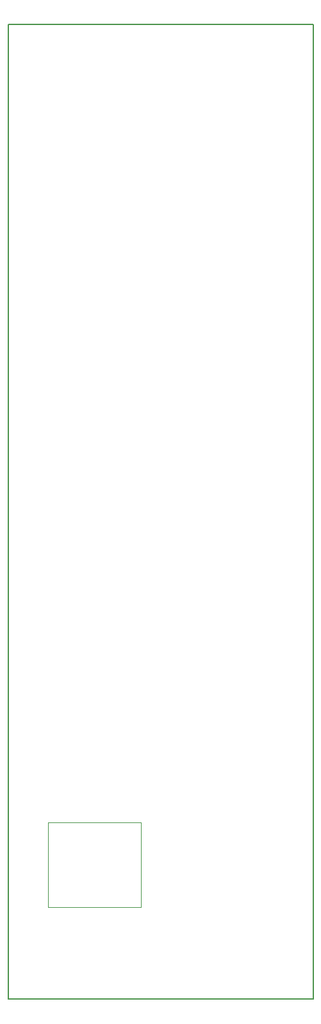
<source format=gbr>
G04 #@! TF.GenerationSoftware,KiCad,Pcbnew,(5.1.4)-1*
G04 #@! TF.CreationDate,2019-11-26T14:43:03+00:00*
G04 #@! TF.ProjectId,MidiMonger_panel,4d696469-4d6f-46e6-9765-725f70616e65,rev?*
G04 #@! TF.SameCoordinates,Original*
G04 #@! TF.FileFunction,Profile,NP*
%FSLAX46Y46*%
G04 Gerber Fmt 4.6, Leading zero omitted, Abs format (unit mm)*
G04 Created by KiCad (PCBNEW (5.1.4)-1) date 2019-11-26 14:43:03*
%MOMM*%
%LPD*%
G04 APERTURE LIST*
%ADD10C,0.100000*%
%ADD11C,0.150000*%
G04 APERTURE END LIST*
D10*
X101150000Y-147200000D02*
X101150000Y-136000000D01*
X113350000Y-147200000D02*
X101150000Y-147200000D01*
X113350000Y-136000000D02*
X113350000Y-147200000D01*
X101150000Y-136000000D02*
X113350000Y-136000000D01*
D11*
X136150000Y-30800000D02*
X136150000Y-159300000D01*
X95850000Y-159300000D02*
X136150000Y-159300000D01*
X95850000Y-30800000D02*
X95850000Y-159300000D01*
X95850000Y-30800000D02*
X136150000Y-30800000D01*
M02*

</source>
